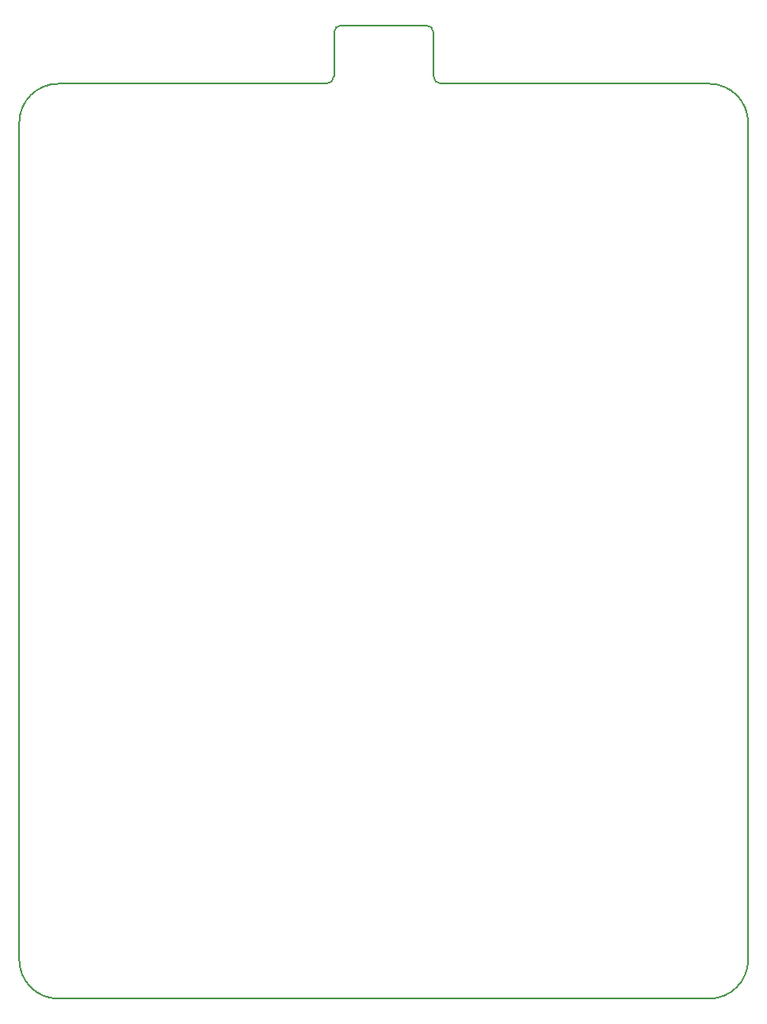
<source format=gm1>
%TF.GenerationSoftware,KiCad,Pcbnew,(6.0.6)*%
%TF.CreationDate,2022-08-17T22:11:57+10:00*%
%TF.ProjectId,snzagpad,736e7a61-6770-4616-942e-6b696361645f,rev?*%
%TF.SameCoordinates,Original*%
%TF.FileFunction,Profile,NP*%
%FSLAX46Y46*%
G04 Gerber Fmt 4.6, Leading zero omitted, Abs format (unit mm)*
G04 Created by KiCad (PCBNEW (6.0.6)) date 2022-08-17 22:11:57*
%MOMM*%
%LPD*%
G01*
G04 APERTURE LIST*
%TA.AperFunction,Profile*%
%ADD10C,0.200000*%
%TD*%
G04 APERTURE END LIST*
D10*
X66293749Y-47112549D02*
G75*
G03*
X65543749Y-47862498I-49J-749951D01*
G01*
X37268750Y-146912500D02*
X104018748Y-146912499D01*
X104018748Y-146912549D02*
G75*
G03*
X108018749Y-142912498I-48J4000049D01*
G01*
X74993749Y-47112499D02*
X66293749Y-47112499D01*
X75743749Y-52312499D02*
X75743750Y-47862498D01*
X64743749Y-53112450D02*
G75*
G03*
X65543750Y-52312499I51J799950D01*
G01*
X75743801Y-52312499D02*
G75*
G03*
X76543749Y-53112499I799999J-1D01*
G01*
X108018802Y-57112499D02*
G75*
G03*
X104018749Y-53112498I-4000002J-1D01*
G01*
X33268749Y-57112499D02*
X33268750Y-142912498D01*
X108018749Y-142912498D02*
X108018749Y-57112499D01*
X104018749Y-53112498D02*
X76543749Y-53112499D01*
X65543749Y-47862498D02*
X65543750Y-52312499D01*
X33268750Y-142912498D02*
G75*
G03*
X37268750Y-146912500I4000000J-2D01*
G01*
X64743749Y-53112499D02*
X37268748Y-53112498D01*
X75743701Y-47862498D02*
G75*
G03*
X74993749Y-47112499I-750001J-2D01*
G01*
X37268748Y-53112499D02*
G75*
G03*
X33268749Y-57112499I2J-4000001D01*
G01*
M02*

</source>
